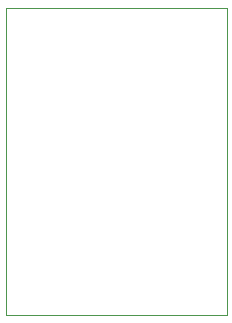
<source format=gbr>
%TF.GenerationSoftware,KiCad,Pcbnew,(5.1.10-1-10_14)*%
%TF.CreationDate,2021-11-01T10:51:15+01:00*%
%TF.ProjectId,esp32-wled-pcb,65737033-322d-4776-9c65-642d7063622e,rev?*%
%TF.SameCoordinates,Original*%
%TF.FileFunction,Profile,NP*%
%FSLAX46Y46*%
G04 Gerber Fmt 4.6, Leading zero omitted, Abs format (unit mm)*
G04 Created by KiCad (PCBNEW (5.1.10-1-10_14)) date 2021-11-01 10:51:15*
%MOMM*%
%LPD*%
G01*
G04 APERTURE LIST*
%TA.AperFunction,Profile*%
%ADD10C,0.050000*%
%TD*%
G04 APERTURE END LIST*
D10*
X104600000Y-71100000D02*
X104600000Y-45100000D01*
X123300000Y-71100000D02*
X104600000Y-71100000D01*
X123300000Y-45100000D02*
X123300000Y-71100000D01*
X104600000Y-45100000D02*
X123300000Y-45100000D01*
M02*

</source>
